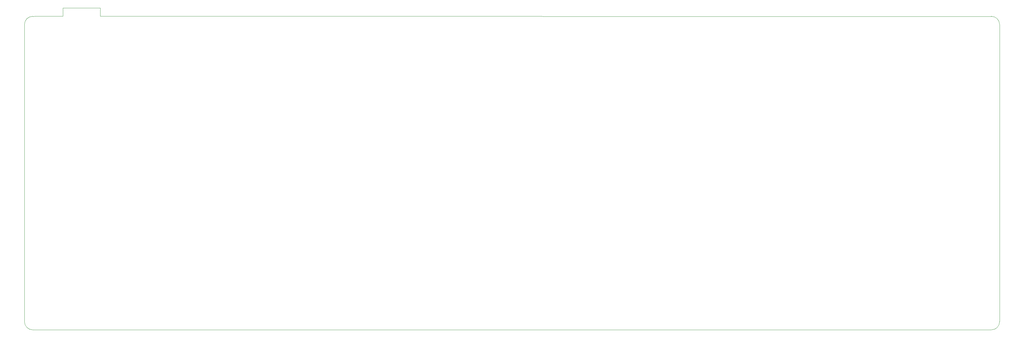
<source format=gbr>
G04 #@! TF.GenerationSoftware,KiCad,Pcbnew,(5.1.10)-1*
G04 #@! TF.CreationDate,2021-11-02T22:14:20+11:00*
G04 #@! TF.ProjectId,x60,7836302e-6b69-4636-9164-5f7063625858,rev?*
G04 #@! TF.SameCoordinates,Original*
G04 #@! TF.FileFunction,Profile,NP*
%FSLAX46Y46*%
G04 Gerber Fmt 4.6, Leading zero omitted, Abs format (unit mm)*
G04 Created by KiCad (PCBNEW (5.1.10)-1) date 2021-11-02 22:14:20*
%MOMM*%
%LPD*%
G01*
G04 APERTURE LIST*
G04 #@! TA.AperFunction,Profile*
%ADD10C,0.050000*%
G04 #@! TD*
G04 APERTURE END LIST*
D10*
X84925900Y-121436100D02*
X84139650Y-121445150D01*
X84925900Y-121436100D02*
X92862900Y-121436100D01*
X93656600Y-119055000D02*
X92862900Y-119055000D01*
X92862900Y-119055000D02*
X92862900Y-121436100D01*
X93656600Y-119055000D02*
X103181000Y-119055000D01*
X103577850Y-121436100D02*
X360364650Y-121445150D01*
X103577850Y-119055000D02*
X103181000Y-119055000D01*
X103577850Y-121436100D02*
X103577850Y-119055000D01*
X360364650Y-121445150D02*
G75*
G02*
X362745900Y-123826400I0J-2381250D01*
G01*
X362745900Y-209551400D02*
X362745900Y-123826400D01*
X362745900Y-209551400D02*
G75*
G02*
X360364650Y-211932650I-2381250J0D01*
G01*
X84139650Y-211932650D02*
X360364650Y-211932650D01*
X84139650Y-211932650D02*
G75*
G02*
X81758400Y-209551400I0J2381250D01*
G01*
X81758400Y-123826400D02*
X81758400Y-209551400D01*
X81758400Y-123826400D02*
G75*
G02*
X84139650Y-121445150I2381250J0D01*
G01*
M02*

</source>
